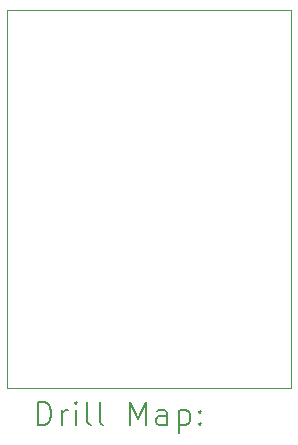
<source format=gbr>
%TF.GenerationSoftware,KiCad,Pcbnew,8.0.9*%
%TF.CreationDate,2025-11-29T23:27:23-05:00*%
%TF.ProjectId,repositorio,7265706f-7369-4746-9f72-696f2e6b6963,rev?*%
%TF.SameCoordinates,Original*%
%TF.FileFunction,Drillmap*%
%TF.FilePolarity,Positive*%
%FSLAX45Y45*%
G04 Gerber Fmt 4.5, Leading zero omitted, Abs format (unit mm)*
G04 Created by KiCad (PCBNEW 8.0.9) date 2025-11-29 23:27:23*
%MOMM*%
%LPD*%
G01*
G04 APERTURE LIST*
%ADD10C,0.050000*%
%ADD11C,0.200000*%
G04 APERTURE END LIST*
D10*
X17750000Y-6650000D02*
X20150000Y-6650000D01*
X20150000Y-9850000D01*
X17750000Y-9850000D01*
X17750000Y-6650000D01*
D11*
X18008277Y-10163984D02*
X18008277Y-9963984D01*
X18008277Y-9963984D02*
X18055896Y-9963984D01*
X18055896Y-9963984D02*
X18084467Y-9973508D01*
X18084467Y-9973508D02*
X18103515Y-9992555D01*
X18103515Y-9992555D02*
X18113039Y-10011603D01*
X18113039Y-10011603D02*
X18122563Y-10049698D01*
X18122563Y-10049698D02*
X18122563Y-10078270D01*
X18122563Y-10078270D02*
X18113039Y-10116365D01*
X18113039Y-10116365D02*
X18103515Y-10135412D01*
X18103515Y-10135412D02*
X18084467Y-10154460D01*
X18084467Y-10154460D02*
X18055896Y-10163984D01*
X18055896Y-10163984D02*
X18008277Y-10163984D01*
X18208277Y-10163984D02*
X18208277Y-10030650D01*
X18208277Y-10068746D02*
X18217801Y-10049698D01*
X18217801Y-10049698D02*
X18227324Y-10040174D01*
X18227324Y-10040174D02*
X18246372Y-10030650D01*
X18246372Y-10030650D02*
X18265420Y-10030650D01*
X18332086Y-10163984D02*
X18332086Y-10030650D01*
X18332086Y-9963984D02*
X18322563Y-9973508D01*
X18322563Y-9973508D02*
X18332086Y-9983031D01*
X18332086Y-9983031D02*
X18341610Y-9973508D01*
X18341610Y-9973508D02*
X18332086Y-9963984D01*
X18332086Y-9963984D02*
X18332086Y-9983031D01*
X18455896Y-10163984D02*
X18436848Y-10154460D01*
X18436848Y-10154460D02*
X18427324Y-10135412D01*
X18427324Y-10135412D02*
X18427324Y-9963984D01*
X18560658Y-10163984D02*
X18541610Y-10154460D01*
X18541610Y-10154460D02*
X18532086Y-10135412D01*
X18532086Y-10135412D02*
X18532086Y-9963984D01*
X18789229Y-10163984D02*
X18789229Y-9963984D01*
X18789229Y-9963984D02*
X18855896Y-10106841D01*
X18855896Y-10106841D02*
X18922563Y-9963984D01*
X18922563Y-9963984D02*
X18922563Y-10163984D01*
X19103515Y-10163984D02*
X19103515Y-10059222D01*
X19103515Y-10059222D02*
X19093991Y-10040174D01*
X19093991Y-10040174D02*
X19074944Y-10030650D01*
X19074944Y-10030650D02*
X19036848Y-10030650D01*
X19036848Y-10030650D02*
X19017801Y-10040174D01*
X19103515Y-10154460D02*
X19084467Y-10163984D01*
X19084467Y-10163984D02*
X19036848Y-10163984D01*
X19036848Y-10163984D02*
X19017801Y-10154460D01*
X19017801Y-10154460D02*
X19008277Y-10135412D01*
X19008277Y-10135412D02*
X19008277Y-10116365D01*
X19008277Y-10116365D02*
X19017801Y-10097317D01*
X19017801Y-10097317D02*
X19036848Y-10087793D01*
X19036848Y-10087793D02*
X19084467Y-10087793D01*
X19084467Y-10087793D02*
X19103515Y-10078270D01*
X19198753Y-10030650D02*
X19198753Y-10230650D01*
X19198753Y-10040174D02*
X19217801Y-10030650D01*
X19217801Y-10030650D02*
X19255896Y-10030650D01*
X19255896Y-10030650D02*
X19274944Y-10040174D01*
X19274944Y-10040174D02*
X19284467Y-10049698D01*
X19284467Y-10049698D02*
X19293991Y-10068746D01*
X19293991Y-10068746D02*
X19293991Y-10125889D01*
X19293991Y-10125889D02*
X19284467Y-10144936D01*
X19284467Y-10144936D02*
X19274944Y-10154460D01*
X19274944Y-10154460D02*
X19255896Y-10163984D01*
X19255896Y-10163984D02*
X19217801Y-10163984D01*
X19217801Y-10163984D02*
X19198753Y-10154460D01*
X19379705Y-10144936D02*
X19389229Y-10154460D01*
X19389229Y-10154460D02*
X19379705Y-10163984D01*
X19379705Y-10163984D02*
X19370182Y-10154460D01*
X19370182Y-10154460D02*
X19379705Y-10144936D01*
X19379705Y-10144936D02*
X19379705Y-10163984D01*
X19379705Y-10040174D02*
X19389229Y-10049698D01*
X19389229Y-10049698D02*
X19379705Y-10059222D01*
X19379705Y-10059222D02*
X19370182Y-10049698D01*
X19370182Y-10049698D02*
X19379705Y-10040174D01*
X19379705Y-10040174D02*
X19379705Y-10059222D01*
M02*

</source>
